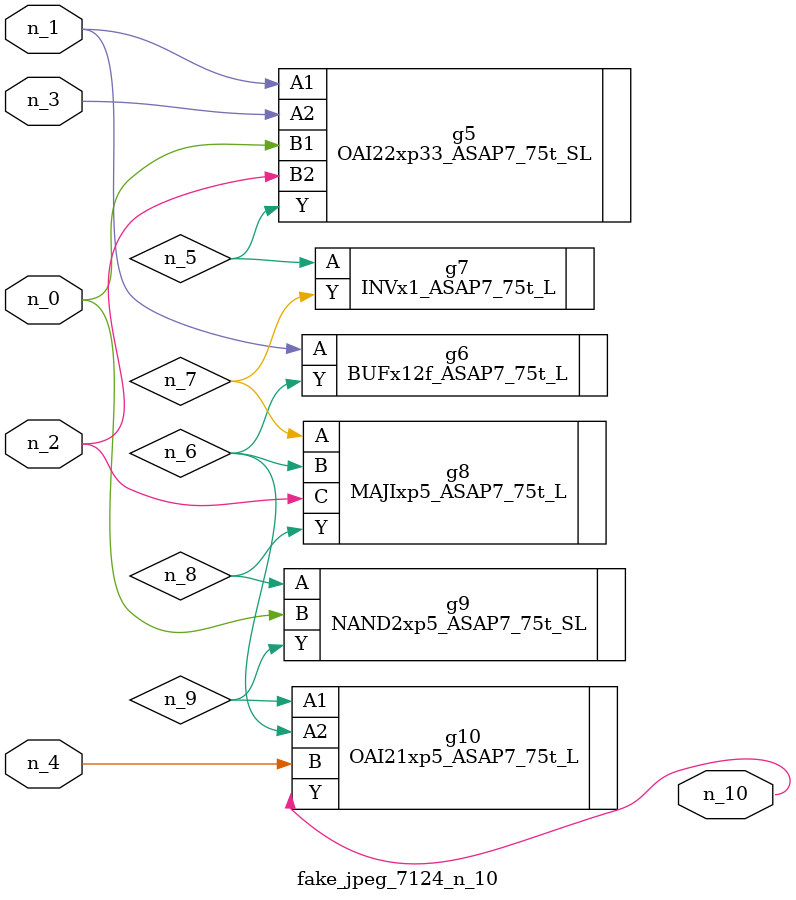
<source format=v>
module fake_jpeg_7124_n_10 (n_3, n_2, n_1, n_0, n_4, n_10);

input n_3;
input n_2;
input n_1;
input n_0;
input n_4;

output n_10;

wire n_8;
wire n_9;
wire n_6;
wire n_5;
wire n_7;

OAI22xp33_ASAP7_75t_SL g5 ( 
.A1(n_1),
.A2(n_3),
.B1(n_0),
.B2(n_2),
.Y(n_5)
);

BUFx12f_ASAP7_75t_L g6 ( 
.A(n_1),
.Y(n_6)
);

INVx1_ASAP7_75t_L g7 ( 
.A(n_5),
.Y(n_7)
);

MAJIxp5_ASAP7_75t_L g8 ( 
.A(n_7),
.B(n_6),
.C(n_2),
.Y(n_8)
);

NAND2xp5_ASAP7_75t_SL g9 ( 
.A(n_8),
.B(n_0),
.Y(n_9)
);

OAI21xp5_ASAP7_75t_L g10 ( 
.A1(n_9),
.A2(n_6),
.B(n_4),
.Y(n_10)
);


endmodule
</source>
